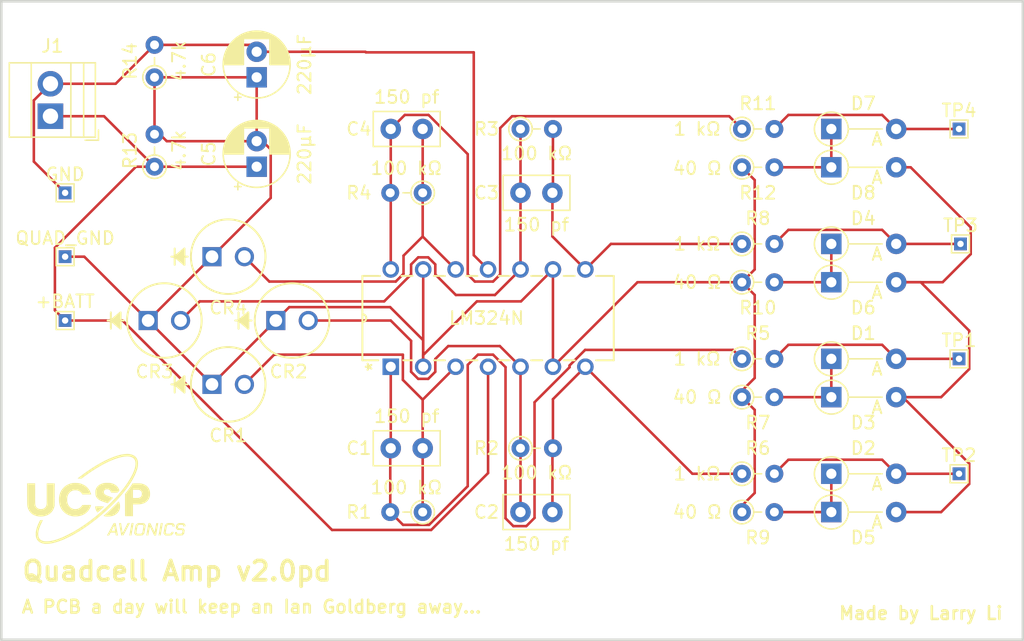
<source format=kicad_pcb>
(kicad_pcb (version 20240108) (generator "pcbnew") (generator_version "8.0")
  (layers (0 "F.Cu" signal) (31 "B.Cu" signal) (34 "B.Paste" user) (35 "F.Paste" user) (36 "B.SilkS" user "B.Silkscreen") (37 "F.SilkS" user "F.Silkscreen") (38 "B.Mask" user) (39 "F.Mask" user) (44 "Edge.Cuts" user))
  (net 0 "")
  (net 1 "Net-(C1-Pad2)")
  (net 2 "/Anode_B")
  (net 3 "Net-(C2-Pad2)")
  (net 4 "Net-(C3-Pad2)")
  (net 5 "/Anode_C")
  (net 6 "/Anode_D")
  (net 7 "Net-(C4-Pad2)")
  (net 8 "/Anode_A")
  (net 9 "GND")
  (net 10 "Net-(D1-A)")
  (net 11 "Net-(D1-K)")
  (net 12 "Net-(D2-K)")
  (net 13 "Net-(D2-A)")
  (net 14 "3V3")
  (net 15 "Net-(D4-A)")
  (net 16 "Net-(D4-K)")
  (net 17 "Net-(D7-K)")
  (net 18 "Net-(D7-A)")
  (net 19 "QUAD_GND")
  (net 20 "+BATT")
  (footprint "TestPoint:TestPoint_THTPad_1.0x1.0mm_Drill0.5mm" (layer "F.Cu") (at 175.115686 119)
    (property "Reference" "TP3" (at 0 -1.448 0) (layer "F.SilkS"))
    (property "Value" "TestPoint")
    (pad "1" thru_hole rect (at 0 0) (size 1 1) (drill 0.5) (layers "*.Cu" "*.Mask") (net 15 "Net-(D4-A)"))
  )
  (footprint "Resistor_THT:R_Axial_DIN0204_L3.6mm_D1.6mm_P2.54mm_Vertical" (layer "F.Cu") (at 158 140)
    (property "Reference" "R9" (at 1.25 2 0) (layer "F.SilkS"))
    (property "Value" "40 Ω" (at -3.5 0 0) (layer "F.SilkS"))
    (pad "1" thru_hole circle (at 0 0) (size 1.4 1.4) (drill 0.7) (layers "*.Cu" "*.Mask") (net 19 "QUAD_GND"))
    (pad "2" thru_hole oval (at 2.54 0) (size 1.4 1.4) (drill 0.7) (layers "*.Cu" "*.Mask") (net 12 "Net-(D2-K)"))
  )
  (footprint "Resistor_THT:R_Axial_DIN0204_L3.6mm_D1.6mm_P2.54mm_Vertical" (layer "F.Cu") (at 158 122)
    (property "Reference" "R10" (at 1.25 2 0) (layer "F.SilkS"))
    (property "Value" "40 Ω" (at -3.5 0 0) (layer "F.SilkS"))
    (pad "1" thru_hole circle (at 0 0) (size 1.4 1.4) (drill 0.7) (layers "*.Cu" "*.Mask") (net 19 "QUAD_GND"))
    (pad "2" thru_hole oval (at 2.54 0) (size 1.4 1.4) (drill 0.7) (layers "*.Cu" "*.Mask") (net 16 "Net-(D4-K)"))
  )
  (footprint "Resistor_THT:R_Axial_DIN0204_L3.6mm_D1.6mm_P2.54mm_Vertical" (layer "F.Cu") (at 158 113)
    (property "Reference" "R12" (at 1.25 2 0) (layer "F.SilkS"))
    (property "Value" "40 Ω" (at -3.5 0.08 0) (layer "F.SilkS"))
    (pad "1" thru_hole circle (at 0 0) (size 1.4 1.4) (drill 0.7) (layers "*.Cu" "*.Mask") (net 19 "QUAD_GND"))
    (pad "2" thru_hole oval (at 2.54 0) (size 1.4 1.4) (drill 0.7) (layers "*.Cu" "*.Mask") (net 17 "Net-(D7-K)"))
  )
  (footprint "TestPoint:TestPoint_THTPad_1.0x1.0mm_Drill0.5mm" (layer "F.Cu") (at 105 115)
    (property "Reference" "GND" (at 0 -1.448 0) (layer "F.SilkS"))
    (property "Value" "TestPoint")
    (pad "1" thru_hole rect (at 0 0) (size 1 1) (drill 0.5) (layers "*.Cu" "*.Mask") (net 9 "GND"))
  )
  (footprint "Resistor_THT:R_Axial_DIN0204_L3.6mm_D1.6mm_P2.54mm_Vertical" (layer "F.Cu") (at 158 110)
    (property "Reference" "R11" (at 1.25 -2 0) (layer "F.SilkS"))
    (property "Value" "1 kΩ" (at -3.5 0 0) (layer "F.SilkS"))
    (pad "1" thru_hole circle (at 0 0) (size 1.4 1.4) (drill 0.7) (layers "*.Cu" "*.Mask") (net 7 "Net-(C4-Pad2)"))
    (pad "2" thru_hole oval (at 2.54 0) (size 1.4 1.4) (drill 0.7) (layers "*.Cu" "*.Mask") (net 18 "Net-(D7-A)"))
  )
  (footprint "TestPoint:TestPoint_THTPad_1.0x1.0mm_Drill0.5mm" (layer "F.Cu") (at 105 120)
    (property "Reference" "QUAD_GND" (at 0 -1.448 0) (layer "F.SilkS"))
    (property "Value" "TestPoint")
    (pad "1" thru_hole rect (at 0 0) (size 1 1) (drill 0.5) (layers "*.Cu" "*.Mask") (net 19 "QUAD_GND"))
  )
  (footprint "Capacitor_THT:C_Disc_D5.0mm_W2.5mm_P2.50mm" (layer "F.Cu") (at 133 135 180)
    (property "Reference" "C1" (at 5 0 180) (layer "F.SilkS"))
    (property "Value" "150 pf" (at 1.25 2.5 180) (layer "F.SilkS"))
    (pad "1" thru_hole circle (at 0 0 180) (size 1.6 1.6) (drill 0.8) (layers "*.Cu" "*.Mask") (net 8 "/Anode_A"))
    (pad "2" thru_hole circle (at 2.5 0 180) (size 1.6 1.6) (drill 0.8) (layers "*.Cu" "*.Mask") (net 1 "Net-(C1-Pad2)"))
  )
  (footprint "LM324:N14" (layer "F.Cu") (at 145.74 121 90)
    (property "Reference" "U2" (hide yes))
    (property "Value" "LM324N" (at -3.81 -7.74 0) (layer "F.SilkS"))
    (fp_text user "*" (at -7.62 -16.6497 90) (layer "F.SilkS"))
    (fp_text user "*" (at -7.62 -16.6497 -90) (layer "F.SilkS"))
    (pad "1" thru_hole rect (at -7.62 -15.24 90) (size 1.2954 1.2954) (drill 0.7874) (layers "*.Cu" "*.Mask") (net 1 "Net-(C1-Pad2)"))
    (pad "2" thru_hole circle (at -7.62 -12.7 90) (size 1.2954 1.2954) (drill 0.7874) (layers "*.Cu" "*.Mask") (net 19 "QUAD_GND"))
    (pad "3" thru_hole circle (at -7.62 -10.16 90) (size 1.2954 1.2954) (drill 0.7874) (layers "*.Cu" "*.Mask") (net 8 "/Anode_A"))
    (pad "4" thru_hole circle (at -7.62 -7.62 90) (size 1.2954 1.2954) (drill 0.7874) (layers "*.Cu" "*.Mask") (net 20 "+BATT"))
    (pad "5" thru_hole circle (at -7.62 -5.08 90) (size 1.2954 1.2954) (drill 0.7874) (layers "*.Cu" "*.Mask") (net 2 "/Anode_B"))
    (pad "6" thru_hole circle (at -7.62 -2.54 90) (size 1.2954 1.2954) (drill 0.7874) (layers "*.Cu" "*.Mask") (net 19 "QUAD_GND"))
    (pad "7" thru_hole circle (at -7.62 0 90) (size 1.2954 1.2954) (drill 0.7874) (layers "*.Cu" "*.Mask") (net 3 "Net-(C2-Pad2)"))
    (pad "8" thru_hole circle (at 0 0 90) (size 1.2954 1.2954) (drill 0.7874) (layers "*.Cu" "*.Mask") (net 4 "Net-(C3-Pad2)"))
    (pad "9" thru_hole circle (at 0 -2.54 90) (size 1.2954 1.2954) (drill 0.7874) (layers "*.Cu" "*.Mask") (net 19 "QUAD_GND"))
    (pad "10" thru_hole circle (at 0 -5.08 90) (size 1.2954 1.2954) (drill 0.7874) (layers "*.Cu" "*.Mask") (net 5 "/Anode_C"))
    (pad "11" thru_hole circle (at 0 -7.62 90) (size 1.2954 1.2954) (drill 0.7874) (layers "*.Cu" "*.Mask") (net 9 "GND"))
    (pad "12" thru_hole circle (at 0 -10.16 90) (size 1.2954 1.2954) (drill 0.7874) (layers "*.Cu" "*.Mask") (net 6 "/Anode_D"))
    (pad "13" thru_hole circle (at 0 -12.7 90) (size 1.2954 1.2954) (drill 0.7874) (layers "*.Cu" "*.Mask") (net 19 "QUAD_GND"))
    (pad "14" thru_hole circle (at 0 -15.24 90) (size 1.2954 1.2954) (drill 0.7874) (layers "*.Cu" "*.Mask") (net 7 "Net-(C4-Pad2)"))
  )
  (footprint "Capacitor_THT:C_Disc_D5.0mm_W2.5mm_P2.50mm" (layer "F.Cu") (at 140.66 140)
    (property "Reference" "C2" (at -2.66 0 0) (layer "F.SilkS"))
    (property "Value" "150 pf" (at 1.25 2.5 0) (layer "F.SilkS"))
    (pad "1" thru_hole circle (at 0 0) (size 1.6 1.6) (drill 0.8) (layers "*.Cu" "*.Mask") (net 2 "/Anode_B"))
    (pad "2" thru_hole circle (at 2.5 0) (size 1.6 1.6) (drill 0.8) (layers "*.Cu" "*.Mask") (net 3 "Net-(C2-Pad2)"))
  )
  (footprint "UCSP:UCSP_avionics_logo" (layer "F.Cu") (at 107 139)
    (property "Reference" "G***" (hide yes))
    (property "Value" "LOGO" (hide yes))
  )
  (footprint "Capacitor_THT:CP_Radial_D5.0mm_P2.00mm" (layer "F.Cu") (at 120 105.955113 90)
    (property "Reference" "C6" (at 1 -3.75 -90) (layer "F.SilkS"))
    (property "Value" "220µF" (at 1 3.75 -90) (layer "F.SilkS"))
    (pad "1" thru_hole rect (at 0 0 90) (size 1.6 1.6) (drill 0.8) (layers "*.Cu" "*.Mask") (net 19 "QUAD_GND"))
    (pad "2" thru_hole circle (at 2 0 90) (size 1.6 1.6) (drill 0.8) (layers "*.Cu" "*.Mask") (net 9 "GND"))
  )
  (footprint "Capacitor_THT:C_Disc_D5.0mm_W2.5mm_P2.50mm" (layer "F.Cu") (at 140.66 115)
    (property "Reference" "C3" (at -2.66 0 0) (layer "F.SilkS"))
    (property "Value" "150 pf" (at 1.25 2.5 0) (layer "F.SilkS"))
    (pad "1" thru_hole circle (at 0 0) (size 1.6 1.6) (drill 0.8) (layers "*.Cu" "*.Mask") (net 5 "/Anode_C"))
    (pad "2" thru_hole circle (at 2.5 0) (size 1.6 1.6) (drill 0.8) (layers "*.Cu" "*.Mask") (net 4 "Net-(C3-Pad2)"))
  )
  (footprint "Diode_THT:D_DO-35_SOD27_P5.08mm_Vertical_AnodeUp" (layer "F.Cu") (at 165 113)
    (property "Reference" "D8" (at 2.5 2 0) (layer "F.SilkS"))
    (property "Value" "~" (hide yes))
    (fp_text user "A" (at 3.58 0.8 0) (layer "F.SilkS"))
    (pad "1" thru_hole rect (at 0 0) (size 1.6 1.6) (drill 0.8) (layers "*.Cu" "*.Mask") (net 17 "Net-(D7-K)"))
    (pad "2" thru_hole oval (at 5.08 0) (size 1.6 1.6) (drill 0.8) (layers "*.Cu" "*.Mask") (net 14 "3V3"))
  )
  (footprint "Capacitor_THT:CP_Radial_D5.0mm_P2.00mm" (layer "F.Cu") (at 120 112.955113 90)
    (property "Reference" "C5" (at 1 -3.75 -90) (layer "F.SilkS"))
    (property "Value" "220µF" (at 1 3.75 -90) (layer "F.SilkS"))
    (pad "1" thru_hole rect (at 0 0 90) (size 1.6 1.6) (drill 0.8) (layers "*.Cu" "*.Mask") (net 20 "+BATT"))
    (pad "2" thru_hole circle (at 2 0 90) (size 1.6 1.6) (drill 0.8) (layers "*.Cu" "*.Mask") (net 19 "QUAD_GND"))
  )
  (footprint "Resistor_THT:R_Axial_DIN0204_L3.6mm_D1.6mm_P2.54mm_Vertical" (layer "F.Cu") (at 112 112.955113 90)
    (property "Reference" "R13" (at 1.27 -1.92 -90) (layer "F.SilkS"))
    (property "Value" "4.7k" (at 1.27 1.92 -90) (layer "F.SilkS"))
    (pad "1" thru_hole circle (at 0 0 90) (size 1.4 1.4) (drill 0.7) (layers "*.Cu" "*.Mask") (net 20 "+BATT"))
    (pad "2" thru_hole oval (at 2.54 0 90) (size 1.4 1.4) (drill 0.7) (layers "*.Cu" "*.Mask") (net 19 "QUAD_GND"))
  )
  (footprint "PDB-C142:PDB-C142_ADP" (layer "F.Cu") (at 116.5 130)
    (property "Reference" "CR1" (at 1.27 4 0) (layer "F.SilkS"))
    (property "Value" "PDB-C142" (hide yes))
    (pad "1" thru_hole rect (at 0 0) (size 1.4986 1.4986) (drill 0.9906) (layers "*.Cu" "*.Mask") (net 19 "QUAD_GND"))
    (pad "2" thru_hole circle (at 2.54 0) (size 1.4986 1.4986) (drill 0.9906) (layers "*.Cu" "*.Mask") (net 8 "/Anode_A"))
  )
  (footprint "Resistor_THT:R_Axial_DIN0204_L3.6mm_D1.6mm_P2.54mm_Vertical" (layer "F.Cu") (at 158 128)
    (property "Reference" "R5" (at 1.25 -2 0) (layer "F.SilkS"))
    (property "Value" "1 kΩ" (at -3.5 0 0) (layer "F.SilkS"))
    (pad "1" thru_hole circle (at 0 0) (size 1.4 1.4) (drill 0.7) (layers "*.Cu" "*.Mask") (net 1 "Net-(C1-Pad2)"))
    (pad "2" thru_hole oval (at 2.54 0) (size 1.4 1.4) (drill 0.7) (layers "*.Cu" "*.Mask") (net 10 "Net-(D1-A)"))
  )
  (footprint "Diode_THT:D_DO-35_SOD27_P5.08mm_Vertical_AnodeUp" (layer "F.Cu") (at 165 128)
    (property "Reference" "D1" (at 2.5 -2 0) (layer "F.SilkS"))
    (property "Value" "~" (hide yes))
    (fp_text user "A" (at 3.58 0.8 0) (layer "F.SilkS"))
    (pad "1" thru_hole rect (at 0 0) (size 1.6 1.6) (drill 0.8) (layers "*.Cu" "*.Mask") (net 11 "Net-(D1-K)"))
    (pad "2" thru_hole oval (at 5.08 0) (size 1.6 1.6) (drill 0.8) (layers "*.Cu" "*.Mask") (net 10 "Net-(D1-A)"))
  )
  (footprint "PDB-C142:PDB-C142_ADP" (layer "F.Cu") (at 111.5 125)
    (property "Reference" "CR3" (at 0.5 4 0) (layer "F.SilkS"))
    (property "Value" "PDB-C142" (hide yes))
    (pad "1" thru_hole rect (at 0 0) (size 1.4986 1.4986) (drill 0.9906) (layers "*.Cu" "*.Mask") (net 19 "QUAD_GND"))
    (pad "2" thru_hole circle (at 2.54 0) (size 1.4986 1.4986) (drill 0.9906) (layers "*.Cu" "*.Mask") (net 5 "/Anode_C"))
  )
  (footprint "Resistor_THT:R_Axial_DIN0204_L3.6mm_D1.6mm_P2.54mm_Vertical" (layer "F.Cu") (at 158 131)
    (property "Reference" "R7" (at 1.25 2 0) (layer "F.SilkS"))
    (property "Value" "40 Ω" (at -3.5 0 0) (layer "F.SilkS"))
    (pad "1" thru_hole circle (at 0 0) (size 1.4 1.4) (drill 0.7) (layers "*.Cu" "*.Mask") (net 19 "QUAD_GND"))
    (pad "2" thru_hole oval (at 2.54 0) (size 1.4 1.4) (drill 0.7) (layers "*.Cu" "*.Mask") (net 11 "Net-(D1-K)"))
  )
  (footprint "Resistor_THT:R_Axial_DIN0204_L3.6mm_D1.6mm_P2.54mm_Vertical" (layer "F.Cu") (at 133 140 180)
    (property "Reference" "R1" (at 5 0 180) (layer "F.SilkS"))
    (property "Value" "100 kΩ" (at 1.27 1.92 180) (layer "F.SilkS"))
    (pad "1" thru_hole circle (at 0 0 180) (size 1.4 1.4) (drill 0.7) (layers "*.Cu" "*.Mask") (net 8 "/Anode_A"))
    (pad "2" thru_hole oval (at 2.54 0 180) (size 1.4 1.4) (drill 0.7) (layers "*.Cu" "*.Mask") (net 1 "Net-(C1-Pad2)"))
  )
  (footprint "TestPoint:TestPoint_THTPad_1.0x1.0mm_Drill0.5mm" (layer "F.Cu") (at 175 110)
    (property "Reference" "TP4" (at 0 -1.448 0) (layer "F.SilkS"))
    (property "Value" "TestPoint")
    (pad "1" thru_hole rect (at 0 0) (size 1 1) (drill 0.5) (layers "*.Cu" "*.Mask") (net 18 "Net-(D7-A)"))
  )
  (footprint "TerminalBlock:TerminalBlock_Xinya_XY308-2.54-2P_1x02_P2.54mm_Horizontal" (layer "F.Cu") (at 103.85 109 90)
    (property "Reference" "J1" (at 5.5 0.15 0) (layer "F.SilkS"))
    (property "Value" "Screw_Terminal_01x02" (hide yes))
    (pad "1" thru_hole rect (at 0 0 90) (size 2 2) (drill 1.2) (layers "*.Cu" "*.Mask") (net 20 "+BATT"))
    (pad "2" thru_hole circle (at 2.54 0 90) (size 2 2) (drill 1.2) (layers "*.Cu" "*.Mask") (net 9 "GND"))
  )
  (footprint "TestPoint:TestPoint_THTPad_1.0x1.0mm_Drill0.5mm" (layer "F.Cu") (at 175 137)
    (property "Reference" "TP2" (at 0 -1.448 0) (layer "F.SilkS"))
    (property "Value" "TestPoint")
    (pad "1" thru_hole rect (at 0 0) (size 1 1) (drill 0.5) (layers "*.Cu" "*.Mask") (net 13 "Net-(D2-A)"))
  )
  (footprint "Capacitor_THT:C_Disc_D5.0mm_W2.5mm_P2.50mm" (layer "F.Cu") (at 133 110 180)
    (property "Reference" "C4" (at 5 0 180) (layer "F.SilkS"))
    (property "Value" "150 pf" (at 1.25 2.5 180) (layer "F.SilkS"))
    (pad "1" thru_hole circle (at 0 0 180) (size 1.6 1.6) (drill 0.8) (layers "*.Cu" "*.Mask") (net 6 "/Anode_D"))
    (pad "2" thru_hole circle (at 2.5 0 180) (size 1.6 1.6) (drill 0.8) (layers "*.Cu" "*.Mask") (net 7 "Net-(C4-Pad2)"))
  )
  (footprint "Diode_THT:D_DO-35_SOD27_P5.08mm_Vertical_AnodeUp" (layer "F.Cu") (at 165 119)
    (property "Reference" "D4" (at 2.5 -2 0) (layer "F.SilkS"))
    (property "Value" "~" (hide yes))
    (fp_text user "A" (at 3.58 0.8 0) (layer "F.SilkS"))
    (pad "1" thru_hole rect (at 0 0) (size 1.6 1.6) (drill 0.8) (layers "*.Cu" "*.Mask") (net 16 "Net-(D4-K)"))
    (pad "2" thru_hole oval (at 5.08 0) (size 1.6 1.6) (drill 0.8) (layers "*.Cu" "*.Mask") (net 15 "Net-(D4-A)"))
  )
  (footprint "TestPoint:TestPoint_THTPad_1.0x1.0mm_Drill0.5mm" (layer "F.Cu") (at 105 125)
    (property "Reference" "+BATT" (at 0 -1.5 0) (layer "F.SilkS"))
    (property "Value" "TestPoint")
    (pad "1" thru_hole rect (at 0 0) (size 1 1) (drill 0.5) (layers "*.Cu" "*.Mask") (net 20 "+BATT"))
  )
  (footprint "PDB-C142:PDB-C142_ADP" (layer "F.Cu") (at 116.5 120)
    (property "Reference" "CR4" (at 1.27 4 0) (layer "F.SilkS"))
    (property "Value" "PDB-C142" (hide yes))
    (pad "1" thru_hole rect (at 0 0) (size 1.4986 1.4986) (drill 0.9906) (layers "*.Cu" "*.Mask") (net 19 "QUAD_GND"))
    (pad "2" thru_hole circle (at 2.54 0) (size 1.4986 1.4986) (drill 0.9906) (layers "*.Cu" "*.Mask") (net 6 "/Anode_D"))
  )
  (footprint "Resistor_THT:R_Axial_DIN0204_L3.6mm_D1.6mm_P2.54mm_Vertical" (layer "F.Cu") (at 158 119)
    (property "Reference" "R8" (at 1.25 -2 0) (layer "F.SilkS"))
    (property "Value" "1 kΩ" (at -3.5 0 0) (layer "F.SilkS"))
    (pad "1" thru_hole circle (at 0 0) (size 1.4 1.4) (drill 0.7) (layers "*.Cu" "*.Mask") (net 4 "Net-(C3-Pad2)"))
    (pad "2" thru_hole oval (at 2.54 0) (size 1.4 1.4) (drill 0.7) (layers "*.Cu" "*.Mask") (net 15 "Net-(D4-A)"))
  )
  (footprint "Resistor_THT:R_Axial_DIN0204_L3.6mm_D1.6mm_P2.54mm_Vertical" (layer "F.Cu") (at 140.66 135)
    (property "Reference" "R2" (at -2.66 0 0) (layer "F.SilkS"))
    (property "Value" "100 kΩ" (at 1.27 1.92 0) (layer "F.SilkS"))
    (pad "1" thru_hole circle (at 0 0) (size 1.4 1.4) (drill 0.7) (layers "*.Cu" "*.Mask") (net 2 "/Anode_B"))
    (pad "2" thru_hole oval (at 2.54 0) (size 1.4 1.4) (drill 0.7) (layers "*.Cu" "*.Mask") (net 3 "Net-(C2-Pad2)"))
  )
  (footprint "Diode_THT:D_DO-35_SOD27_P5.08mm_Vertical_AnodeUp" (layer "F.Cu") (at 165 137)
    (property "Reference" "D2" (at 2.5 -2 0) (layer "F.SilkS"))
    (property "Value" "~")
    (fp_text user "A" (at 3.58 0.8 0) (layer "F.SilkS"))
    (pad "1" thru_hole rect (at 0 0) (size 1.6 1.6) (drill 0.8) (layers "*.Cu" "*.Mask") (net 12 "Net-(D2-K)"))
    (pad "2" thru_hole oval (at 5.08 0) (size 1.6 1.6) (drill 0.8) (layers "*.Cu" "*.Mask") (net 13 "Net-(D2-A)"))
  )
  (footprint "Diode_THT:D_DO-35_SOD27_P5.08mm_Vertical_AnodeUp" (layer "F.Cu") (at 165 110)
    (property "Reference" "D7" (at 2.5 -2 0) (layer "F.SilkS"))
    (property "Value" "~" (hide yes))
    (fp_text user "A" (at 3.58 0.8 0) (layer "F.SilkS"))
    (pad "1" thru_hole rect (at 0 0) (size 1.6 1.6) (drill 0.8) (layers "*.Cu" "*.Mask") (net 17 "Net-(D7-K)"))
    (pad "2" thru_hole oval (at 5.08 0) (size 1.6 1.6) (drill 0.8) (layers "*.Cu" "*.Mask") (net 18 "Net-(D7-A)"))
  )
  (footprint "Diode_THT:D_DO-35_SOD27_P5.08mm_Vertical_AnodeUp" (layer "F.Cu") (at 165 140)
    (property "Reference" "D5" (at 2.5 2 0) (layer "F.SilkS"))
    (property "Value" "~" (hide yes))
    (fp_text user "A" (at 3.58 0.8 0) (layer "F.SilkS"))
    (pad "1" thru_hole rect (at 0 0) (size 1.6 1.6) (drill 0.8) (layers "*.Cu" "*.Mask") (net 12 "Net-(D2-K)"))
    (pad "2" thru_hole oval (at 5.08 0) (size 1.6 1.6) (drill 0.8) (layers "*.Cu" "*.Mask") (net 14 "3V3"))
  )
  (footprint "PDB-C142:PDB-C142_ADP" (layer "F.Cu") (at 121.5 125)
    (property "Reference" "CR2" (at 1 4 0) (layer "F.SilkS"))
    (property "Value" "PDB-C142" (hide yes))
    (pad "1" thru_hole rect (at 0 0) (size 1.4986 1.4986) (drill 0.9906) (layers "*.Cu" "*.Mask") (net 19 "QUAD_GND"))
    (pad "2" thru_hole circle (at 2.54 0) (size 1.4986 1.4986) (drill 0.9906) (layers "*.Cu" "*.Mask") (net 2 "/Anode_B"))
  )
  (footprint "Diode_THT:D_DO-35_SOD27_P5.08mm_Vertical_AnodeUp" (layer "F.Cu") (at 165 122)
    (property "Reference" "D6" (at 2.5 2 0) (layer "F.SilkS"))
    (property "Value" "~" (hide yes))
    (fp_text user "A" (at 3.58 0.8 0) (layer "F.SilkS"))
    (pad "1" thru_hole rect (at 0 0) (size 1.6 1.6) (drill 0.8) (layers "*.Cu" "*.Mask") (net 16 "Net-(D4-K)"))
    (pad "2" thru_hole oval (at 5.08 0) (size 1.6 1.6) (drill 0.8) (layers "*.Cu" "*.Mask") (net 14 "3V3"))
  )
  (footprint "Diode_THT:D_DO-35_SOD27_P5.08mm_Vertical_AnodeUp" (layer "F.Cu") (at 165 131)
    (property "Reference" "D3" (at 2.5 2 0) (layer "F.SilkS"))
    (property "Value" "~" (hide yes))
    (fp_text user "A" (at 3.58 0.8 0) (layer "F.SilkS"))
    (pad "1" thru_hole rect (at 0 0) (size 1.6 1.6) (drill 0.8) (layers "*.Cu" "*.Mask") (net 11 "Net-(D1-K)"))
    (pad "2" thru_hole oval (at 5.08 0) (size 1.6 1.6) (drill 0.8) (layers "*.Cu" "*.Mask") (net 14 "3V3"))
  )
  (footprint "Resistor_THT:R_Axial_DIN0204_L3.6mm_D1.6mm_P2.54mm_Vertical" (layer "F.Cu") (at 140.66 110)
    (property "Reference" "R3" (at -2.66 0 0) (layer "F.SilkS"))
    (property "Value" "100 kΩ" (at 1.27 1.92 0) (layer "F.SilkS"))
    (pad "1" thru_hole circle (at 0 0) (size 1.4 1.4) (drill 0.7) (layers "*.Cu" "*.Mask") (net 5 "/Anode_C"))
    (pad "2" thru_hole oval (at 2.54 0) (size 1.4 1.4) (drill 0.7) (layers "*.Cu" "*.Mask") (net 4 "Net-(C3-Pad2)"))
  )
  (footprint "TestPoint:TestPoint_THTPad_1.0x1.0mm_Drill0.5mm" (layer "F.Cu") (at 175 128)
    (property "Reference" "TP1" (at 0 -1.448 0) (layer "F.SilkS"))
    (property "Value" "TestPoint")
    (pad "1" thru_hole rect (at 0 0) (size 1 1) (drill 0.5) (layers "*.Cu" "*.Mask") (net 10 "Net-(D1-A)"))
  )
  (footprint "Resistor_THT:R_Axial_DIN0204_L3.6mm_D1.6mm_P2.54mm_Vertical" (layer "F.Cu") (at 112 105.955113 90)
    (property "Reference" "R14" (at 1.27 -1.92 -90) (layer "F.SilkS"))
    (property "Value" "4.7k" (at 1.27 1.92 -90) (layer "F.SilkS"))
    (pad "1" thru_hole circle (at 0 0 90) (size 1.4 1.4) (drill 0.7) (layers "*.Cu" "*.Mask") (net 19 "QUAD_GND"))
    (pad "2" thru_hole oval (at 2.54 0 90) (size 1.4 1.4) (drill 0.7) (layers "*.Cu" "*.Mask") (net 9 "GND"))
  )
  (footprint "Resistor_THT:R_Axial_DIN0204_L3.6mm_D1.6mm_P2.54mm_Vertical" (layer "F.Cu") (at 133 115 180)
    (property "Reference" "R4" (at 5 0 180) (layer "F.SilkS"))
    (property "Value" "100 kΩ" (at 1.27 1.92 180) (layer "F.SilkS"))
    (pad "1" thru_hole circle (at 0 0 180) (size 1.4 1.4) (drill 0.7) (layers "*.Cu" "*.Mask") (net 6 "/Anode_D"))
    (pad "2" thru_hole oval (at 2.54 0 180) (size 1.4 1.4) (drill 0.7) (layers "*.Cu" "*.Mask") (net 7 "Net-(C4-Pad2)"))
  )
  (footprint "Resistor_THT:R_Axial_DIN0204_L3.6mm_D1.6mm_P2.54mm_Vertical" (layer "F.Cu") (at 158 137)
    (property "Reference" "R6" (at 1.25 -2 0) (layer "F.SilkS"))
    (property "Value" "1 kΩ" (at -3.5 0 0) (layer "F.SilkS"))
    (pad "1" thru_hole circle (at 0 0) (size 1.4 1.4) (drill 0.7) (layers "*.Cu" "*.Mask") (net 3 "Net-(C2-Pad2)"))
    (pad "2" thru_hole oval (at 2.54 0) (size 1.4 1.4) (drill 0.7) (layers "*.Cu" "*.Mask") (net 13 "Net-(D2-A)"))
  )
  (gr_rect (start 100 100) (end 180 150) (stroke (width 0.2)) (fill none) (layer "Edge.Cuts"))
  (gr_text "A PCB a day will keep an Ian Goldberg away..." (at 101.5 148 0) (layer "F.SilkS") (effects (font (size 1 1) (thickness 0.2) (bold yes)) (justify left bottom)))
  (gr_text "Quadcell Amp v2.0pd" (at 101.5 145.5 0) (layer "F.SilkS") (effects (font (size 1.5 1.5) (thickness 0.3) (bold yes)) (justify left bottom)))
  (gr_text "Made by Larry Li" (at 165.5 148.5 0) (layer "F.SilkS") (effects (font (size 1 1) (thickness 0.2) (bold yes)) (justify left bottom)))
  (segment (start 157.3 127.3) (end 145.719749 127.3) (width 0.2) (layer "F.Cu") (net 1))
  (segment (start 139.487157 128.646906) (end 138.512551 127.6723) (width 0.2) (layer "F.Cu") (net 1))
  (segment (start 140.1 141.1) (end 139.487157 140.487157) (width 0.2) (layer "F.Cu") (net 1))
  (segment (start 144.5 128.660251) (end 141.76 131.400251) (width 0.2) (layer "F.Cu") (net 1))
  (segment (start 138.512551 127.6723) (end 137.3277 127.6723) (width 0.2) (layer "F.Cu") (net 1))
  (segment (start 136.5277 128.4723) (end 136.5277 137.9723) (width 0.2) (layer "F.Cu") (net 1))
  (segment (start 158 128) (end 157.3 127.3) (width 0.2) (layer "F.Cu") (net 1))
  (segment (start 141.76 140.455635) (end 141.115635 141.1) (width 0.2) (layer "F.Cu") (net 1))
  (segment (start 130.46 135.04) (end 130.5 135) (width 0.2) (layer "F.Cu") (net 1))
  (segment (start 131.46 141) (end 130.46 140) (width 0.2) (layer "F.Cu") (net 1))
  (segment (start 133.5 141) (end 131.46 141) (width 0.2) (layer "F.Cu") (net 1))
  (segment (start 130.5 128.62) (end 130.5 135) (width 0.2) (layer "F.Cu") (net 1))
  (segment (start 141.115635 141.1) (end 140.1 141.1) (width 0.2) (layer "F.Cu") (net 1))
  (segment (start 137.3277 127.6723) (end 136.5277 128.4723) (width 0.2) (layer "F.Cu") (net 1))
  (segment (start 141.76 131.400251) (end 141.76 140.455635) (width 0.2) (layer "F.Cu") (net 1))
  (segment (start 136.5277 137.9723) (end 133.5 141) (width 0.2) (layer "F.Cu") (net 1))
  (segment (start 130.46 140) (end 130.46 135.04) (width 0.2) (layer "F.Cu") (net 1))
  (segment (start 144.5 128.519749) (end 144.5 128.660251) (width 0.2) (layer "F.Cu") (net 1))
  (segment (start 145.719749 127.3) (end 144.5 128.519749) (width 0.2) (layer "F.Cu") (net 1))
  (segment (start 139.487157 140.487157) (end 139.487157 128.646906) (width 0.2) (layer "F.Cu") (net 1))
  (segment (start 130.5 125) (end 132.0923 126.5923) (width 0.2) (layer "F.Cu") (net 2))
  (segment (start 132.0923 126.5923) (end 132.0923 129.012551) (width 0.2) (layer "F.Cu") (net 2))
  (segment (start 140.66 135) (end 140.66 128.62) (width 0.2) (layer "F.Cu") (net 2))
  (segment (start 133.9877 129.012551) (end 133.9877 128.0123) (width 0.2) (layer "F.Cu") (net 2))
  (segment (start 133.9877 128.0123) (end 135 127) (width 0.2) (layer "F.Cu") (net 2))
  (segment (start 132.0923 129.012551) (end 132.647449 129.5677) (width 0.2) (layer "F.Cu") (net 2))
  (segment (start 133.432551 129.5677) (end 133.9877 129.012551) (width 0.2) (layer "F.Cu") (net 2))
  (segment (start 124.04 125) (end 130.5 125) (width 0.2) (layer "F.Cu") (net 2))
  (segment (start 139.04 127) (end 140.66 128.62) (width 0.2) (layer "F.Cu") (net 2))
  (segment (start 132.647449 129.5677) (end 133.432551 129.5677) (width 0.2) (layer "F.Cu") (net 2))
  (segment (start 135 127) (end 139.04 127) (width 0.2) (layer "F.Cu") (net 2))
  (segment (start 140.66 140) (end 140.66 135) (width 0.2) (layer "F.Cu") (net 2))
  (segment (start 143.16 140) (end 143.16 135.04) (width 0.2) (layer "F.Cu") (net 3))
  (segment (start 143.2 131.16) (end 145.74 128.62) (width 0.2) (layer "F.Cu") (net 3))
  (segment (start 154.12 137) (end 145.74 128.62) (width 0.2) (layer "F.Cu") (net 3))
  (segment (start 158 137) (end 154.12 137) (width 0.2) (layer "F.Cu") (net 3))
  (segment (start 143.2 135) (end 143.2 131.16) (width 0.2) (layer "F.Cu") (net 3))
  (segment (start 143.16 135.04) (end 143.2 135) (width 0.2) (layer "F.Cu") (net 3))
  (segment (start 143.16 115) (end 143.16 118.42) (width 0.2) (layer "F.Cu") (net 4))
  (segment (start 143.16 118.42) (end 145.74 121) (width 0.2) (layer "F.Cu") (net 4))
  (segment (start 143.2 110) (end 143.2 114.96) (width 0.2) (layer "F.Cu") (net 4))
  (segment (start 158 119) (end 147.74 119) (width 0.2) (layer "F.Cu") (net 4))
  (segment (start 147.74 119) (end 145.74 121) (width 0.2) (layer "F.Cu") (net 4))
  (segment (start 143.2 114.96) (end 143.16 115) (width 0.2) (layer "F.Cu") (net 4))
  (segment (start 138.66 123) (end 140.66 121) (width 0.2) (layer "F.Cu") (net 5))
  (segment (start 133.9877 120.607449) (end 133.9877 121.392551) (width 0.2) (layer "F.Cu") (net 5))
  (segment (start 115.54 123.5) (end 129.984851 123.5) (width 0.2) (layer "F.Cu") (net 5))
  (segment (start 133.9877 121.392551) (end 135.595149 123) (width 0.2) (layer "F.Cu") (net 5))
  (segment (start 132.0923 121.392551) (end 132.0923 120.607449) (width 0.2) (layer "F.Cu") (net 5))
  (segment (start 132.0923 120.607449) (end 132.647449 120.0523) (width 0.2) (layer "F.Cu") (net 5))
  (segment (start 129.984851 123.5) (end 132.0923 121.392551) (width 0.2) (layer "F.Cu") (net 5))
  (segment (start 133.432551 120.0523) (end 133.9877 120.607449) (width 0.2) (layer "F.Cu") (net 5))
  (segment (start 140.66 115) (end 140.66 121) (width 0.2) (layer "F.Cu") (net 5))
  (segment (start 135.595149 123) (end 138.66 123) (width 0.2) (layer "F.Cu") (net 5))
  (segment (start 140.66 110) (end 140.66 115) (width 0.2) (layer "F.Cu") (net 5))
  (segment (start 114.04 125) (end 115.54 123.5) (width 0.2) (layer "F.Cu") (net 5))
  (segment (start 132.647449 120.0523) (end 133.432551 120.0523) (width 0.2) (layer "F.Cu") (net 5))
  (segment (start 119.04 120) (end 120.9877 121.9477) (width 0.2) (layer "F.Cu") (net 6))
  (segment (start 120.9877 121.9477) (end 130.892551 121.9477) (width 0.2) (layer "F.Cu") (net 6))
  (segment (start 133 115) (end 133 118.42) (width 0.2) (layer "F.Cu") (net 6))
  (segment (start 131.5 119.92) (end 133 118.42) (width 0.2) (layer "F.Cu") (net 6))
  (segment (start 131.5 121.340251) (end 131.5 119.92) (width 0.2) (layer "F.Cu") (net 6))
  (segment (start 133 118.42) (end 135.58 121) (width 0.2) (layer "F.Cu") (net 6))
  (segment (start 133 110) (end 133 115) (width 0.2) (layer "F.Cu") (net 6))
  (segment (start 130.892551 121.9477) (end 131.5 121.340251) (width 0.2) (layer "F.Cu") (net 6))
  (segment (start 130.5 114.96) (end 130.46 115) (width 0.2) (layer "F.Cu") (net 7))
  (segment (start 130.46 115) (end 130.46 115.46) (width 0.2) (layer "F.Cu") (net 7))
  (segment (start 157 109) (end 140 109) (width 0.2) (layer "F.Cu") (net 7))
  (segment (start 140 109) (end 139.0677 109.9323) (width 0.2) (layer "F.Cu") (net 7))
  (segment (start 136.5277 111.972065) (end 133.455635 108.9) (width 0.2) (layer "F.Cu") (net 7))
  (segment (start 130.46 115.46) (end 130.5 115.5) (width 0.2) (layer "F.Cu") (net 7))
  (segment (start 139.0677 121.392551) (end 138.512551 121.9477) (width 0.2) (layer "F.Cu") (net 7))
  (segment (start 139.0677 109.9323) (end 139.0677 121.392551) (width 0.2) (layer "F.Cu") (net 7))
  (segment (start 130.5 110) (end 130.5 114.96) (width 0.2) (layer "F.Cu") (net 7))
  (segment (start 136.5277 121.392551) (end 136.5277 111.972065) (width 0.2) (layer "F.Cu") (net 7))
  (segment (start 133.455635 108.9) (end 131.6 108.9) (width 0.2) (layer "F.Cu") (net 7))
  (segment (start 130.5 115.5) (end 130.5 121) (width 0.2) (layer "F.Cu") (net 7))
  (segment (start 137.082849 121.9477) (end 136.5277 121.392551) (width 0.2) (layer "F.Cu") (net 7))
  (segment (start 131.6 108.9) (end 130.5 110) (width 0.2) (layer "F.Cu") (net 7))
  (segment (start 158 110) (end 157 109) (width 0.2) (layer "F.Cu") (net 7))
  (segment (start 138.512551 121.9477) (end 137.082849 121.9477) (width 0.2) (layer "F.Cu") (net 7))
  (segment (start 131.4477 129.6477) (end 133 131.2) (width 0.2) (layer "F.Cu") (net 8))
  (segment (start 133 140) (end 133 135) (width 0.2) (layer "F.Cu") (net 8))
  (segment (start 131.4477 127.6723) (end 131.4477 129.6477) (width 0.2) (layer "F.Cu") (net 8))
  (segment (start 133 131.2) (end 135.58 128.62) (width 0.2) (layer "F.Cu") (net 8))
  (segment (start 121.3677 127.6723) (end 131.4477 127.6723) (width 0.2) (layer "F.Cu") (net 8))
  (segment (start 133 135) (end 133 131.2) (width 0.2) (layer "F.Cu") (net 8))
  (segment (start 119.04 130) (end 121.3677 127.6723) (width 0.2) (layer "F.Cu") (net 8))
  (segment (start 102.55 107.76) (end 103.85 106.46) (width 0.2) (layer "F.Cu") (net 9))
  (segment (start 102.55 112.55) (end 104.717157 114.717157) (width 0.2) (layer "F.Cu") (net 9))
  (segment (start 128.510748 103.955113) (end 128.555635 104) (width 0.2) (layer "F.Cu") (net 9))
  (segment (start 102.55 107.76) (end 102.55 112.55) (width 0.2) (layer "F.Cu") (net 9))
  (segment (start 119.46 103.415113) (end 120 103.955113) (width 0.2) (layer "F.Cu") (net 9))
  (segment (start 120 103.955113) (end 128.510748 103.955113) (width 0.2) (layer "F.Cu") (net 9))
  (segment (start 112 103.415113) (end 119.46 103.415113) (width 0.2) (layer "F.Cu") (net 9))
  (segment (start 137 104) (end 137 119.88) (width 0.2) (layer "F.Cu") (net 9))
  (segment (start 128.555635 104) (end 137 104) (width 0.2) (layer "F.Cu") (net 9))
  (segment (start 108.955113 106.46) (end 112 103.415113) (width 0.2) (layer "F.Cu") (net 9))
  (segment (start 104 106.46) (end 108.955113 106.46) (width 0.2) (layer "F.Cu") (net 9))
  (segment (start 137 119.88) (end 138.12 121) (width 0.2) (layer "F.Cu") (net 9))
  (segment (start 170.08 128) (end 168.98 126.9) (width 0.2) (layer "F.Cu") (net 10))
  (segment (start 168.98 126.9) (end 161.64 126.9) (width 0.2) (layer "F.Cu") (net 10))
  (segment (start 175 128) (end 170.08 128) (width 0.2) (layer "F.Cu") (net 10))
  (segment (start 161.64 126.9) (end 160.54 128) (width 0.2) (layer "F.Cu") (net 10))
  (segment (start 165 128) (end 165 131) (width 0.2) (layer "F.Cu") (net 11))
  (segment (start 160.54 131) (end 165 131) (width 0.2) (layer "F.Cu") (net 11))
  (segment (start 165 137) (end 165 140) (width 0.2) (layer "F.Cu") (net 12))
  (segment (start 165 140) (end 160.54 140) (width 0.2) (layer "F.Cu") (net 12))
  (segment (start 161.64 135.9) (end 168.98 135.9) (width 0.2) (layer "F.Cu") (net 13))
  (segment (start 175 137) (end 170.08 137) (width 0.2) (layer "F.Cu") (net 13))
  (segment (start 160.54 137) (end 161.64 135.9) (width 0.2) (layer "F.Cu") (net 13))
  (segment (start 168.98 135.9) (end 170.08 137) (width 0.2) (layer "F.Cu") (net 13))
  (segment (start 170.6 131) (end 170.08 131) (width 0.2) (layer "F.Cu") (net 14))
  (segment (start 175.8 136.2) (end 170.6 131) (width 0.2) (layer "F.Cu") (net 14))
  (segment (start 175.915686 119.8) (end 173.715686 122) (width 0.2) (layer "F.Cu") (net 14))
  (segment (start 171.21137 113) (end 175.915686 117.704316) (width 0.2) (layer "F.Cu") (net 14))
  (segment (start 173.6 131) (end 175.8 128.8) (width 0.2) (layer "F.Cu") (net 14))
  (segment (start 170.08 113) (end 171.21137 113) (width 0.2) (layer "F.Cu") (net 14))
  (segment (start 170.08 140) (end 173.6 140) (width 0.2) (layer "F.Cu") (net 14))
  (segment (start 175.8 137.8) (end 175.8 136.2) (width 0.2) (layer "F.Cu") (net 14))
  (segment (start 175.915686 117.704316) (end 175.915686 119.8) (width 0.2) (layer "F.Cu") (net 14))
  (segment (start 172 122) (end 170.08 122) (width 0.2) (layer "F.Cu") (net 14))
  (segment (start 170.08 131) (end 173.6 131) (width 0.2) (layer "F.Cu") (net 14))
  (segment (start 173.715686 122) (end 170.08 122) (width 0.2) (layer "F.Cu") (net 14))
  (segment (start 175.8 125.8) (end 172 122) (width 0.2) (layer "F.Cu") (net 14))
  (segment (start 175.8 128.8) (end 175.8 125.8) (width 0.2) (layer "F.Cu") (net 14))
  (segment (start 173.6 140) (end 175.8 137.8) (width 0.2) (layer "F.Cu") (net 14))
  (segment (start 160.54 119) (end 161.64 117.9) (width 0.2) (layer "F.Cu") (net 15))
  (segment (start 168.98 117.9) (end 170.08 119) (width 0.2) (layer "F.Cu") (net 15))
  (segment (start 161.64 117.9) (end 168.98 117.9) (width 0.2) (layer "F.Cu") (net 15))
  (segment (start 175.115686 119) (end 170.08 119) (width 0.2) (layer "F.Cu") (net 15))
  (segment (start 160.54 122) (end 165 122) (width 0.2) (layer "F.Cu") (net 16))
  (segment (start 165 122) (end 165 119) (width 0.2) (layer "F.Cu") (net 16))
  (segment (start 165 113) (end 160.54 113) (width 0.2) (layer "F.Cu") (net 17))
  (segment (start 165 110) (end 165 113) (width 0.2) (layer "F.Cu") (net 17))
  (segment (start 168.98 108.9) (end 170.08 110) (width 0.2) (layer "F.Cu") (net 18))
  (segment (start 175 110) (end 170.08 110) (width 0.2) (layer "F.Cu") (net 18))
  (segment (start 160.54 110) (end 161.64 108.9) (width 0.2) (layer "F.Cu") (net 18))
  (segment (start 161.64 108.9) (end 168.98 108.9) (width 0.2) (layer "F.Cu") (net 18))
  (segment (start 120 110.955113) (end 120.455113 110.955113) (width 0.2) (layer "F.Cu") (net 19))
  (segment (start 130.4507 123.9507) (end 133.04 126.54) (width 0.2) (layer "F.Cu") (net 19))
  (segment (start 158 139.5) (end 159 138.5) (width 0.2) (layer "F.Cu") (net 19))
  (segment (start 159 138.5) (end 159 132) (width 0.2) (layer "F.Cu") (net 19))
  (segment (start 121.1 111.6) (end 121.1 115.4) (width 0.2) (layer "F.Cu") (net 19))
  (segment (start 106.5 120) (end 111.5 125) (width 0.2) (layer "F.Cu") (net 19))
  (segment (start 133.04 128.62) (end 133.04 121) (width 0.2) (layer "F.Cu") (net 19))
  (segment (start 158 113) (end 159 114) (width 0.2) (layer "F.Cu") (net 19))
  (segment (start 143.2 121) (end 143.2 128.62) (width 0.2) (layer "F.Cu") (net 19))
  (segment (start 116.5 130) (end 121.5 125) (width 0.2) (layer "F.Cu") (net 19))
  (segment (start 159 129.5) (end 159 123) (width 0.2) (layer "F.Cu") (net 19))
  (segment (start 133.04 127.704014) (end 137.244014 123.5) (width 0.2) (layer "F.Cu") (net 19))
  (segment (start 158 122) (end 149.82 122) (width 0.2) (layer "F.Cu") (net 19))
  (segment (start 112 110.415113) (end 112.415113 110.415113) (width 0.2) (layer "F.Cu") (net 19))
  (segment (start 159 121) (end 158 122) (width 0.2) (layer "F.Cu") (net 19))
  (segment (start 111.5 125) (end 116.5 130) (width 0.2) (layer "F.Cu") (net 19))
  (segment (start 159 132) (end 158 131) (width 0.2) (layer "F.Cu") (net 19))
  (segment (start 112.415113 110.415113) (end 112.955113 110.955113) (width 0.2) (layer "F.Cu") (net 19))
  (segment (start 133.04 128.62) (end 133.04 127.704014) (width 0.2) (layer "F.Cu") (net 19))
  (segment (start 112.955113 110.955113) (end 120 110.955113) (width 0.2) (layer "F.Cu") (net 19))
  (segment (start 116.5 120) (end 111.5 125) (width 0.2) (layer "F.Cu") (net 19))
  (segment (start 158 140) (end 158 139.5) (width 0.2) (layer "F.Cu") (net 19))
  (segment (start 158 131) (end 158 130.5) (width 0.2) (layer "F.Cu") (net 19))
  (segment (start 105 120) (end 106.5 120) (width 0.2) (layer "F.Cu") (net 19))
  (segment (start 121.5 125) (end 122.5493 123.9507) (width 0.2) (layer "F.Cu") (net 19))
  (segment (start 159 114) (end 159 121) (width 0.2) (layer "F.Cu") (net 19))
  (segment (start 120 105.955113) (end 120 110.955113) (width 0.2) (layer "F.Cu") (net 19))
  (segment (start 120.455113 110.955113) (end 121.1 111.6) (width 0.2) (layer "F.Cu") (net 19))
  (segment (start 112 105.955113) (end 120 105.955113) (width 0.2) (layer "F.Cu") (net 19))
  (segment (start 159 123) (end 158 122) (width 0.2) (layer "F.Cu") (net 19))
  (segment (start 121.1 115.4) (end 116.5 120) (width 0.2) (layer "F.Cu") (net 19))
  (segment (start 149.82 122) (end 143.2 128.62) (width 0.2) (layer "F.Cu") (net 19))
  (segment (start 122.5493 123.9507) (end 130.4507 123.9507) (width 0.2) (layer "F.Cu") (net 19))
  (segment (start 112 110.415113) (end 112 105.955113) (width 0.2) (layer "F.Cu") (net 19))
  (segment (start 140.7 123.5) (end 143.2 121) (width 0.2) (layer "F.Cu") (net 19))
  (segment (start 137.244014 123.5) (end 140.7 123.5) (width 0.2) (layer "F.Cu") (net 19))
  (segment (start 158 130.5) (end 159 129.5) (width 0.2) (layer "F.Cu") (net 19))
  (segment (start 133.04 126.54) (end 133.04 128.62) (width 0.2) (layer "F.Cu") (net 19))
  (segment (start 138.12 128.62) (end 138.12 136.945686) (width 0.2) (layer "F.Cu") (net 20))
  (segment (start 138.12 136.945686) (end 133.665686 141.4) (width 0.2) (layer "F.Cu") (net 20))
  (segment (start 104 109) (end 108.044887 109) (width 0.2) (layer "F.Cu") (net 20))
  (segment (start 110.544887 112.955113) (end 112 112.955113) (width 0.2) (layer "F.Cu") (net 20))
  (segment (start 133.665686 141.4) (end 125.9 141.4) (width 0.2) (layer "F.Cu") (net 20))
  (segment (start 108.044887 109) (end 112 112.955113) (width 0.2) (layer "F.Cu") (net 20))
  (segment (start 105 125) (end 104.2 124.2) (width 0.2) (layer "F.Cu") (net 20))
  (segment (start 125.9 141.4) (end 109.5 125) (width 0.2) (layer "F.Cu") (net 20))
  (segment (start 104.2 124.2) (end 104.2 119.3) (width 0.2) (layer "F.Cu") (net 20))
  (segment (start 104.2 119.3) (end 110.544887 112.955113) (width 0.2) (layer "F.Cu") (net 20))
  (segment (start 109.5 125) (end 105 125) (width 0.2) (layer "F.Cu") (net 20))
  (segment (start 112 112.955113) (end 120 112.955113) (width 0.2) (layer "F.Cu") (net 20))
)
</source>
